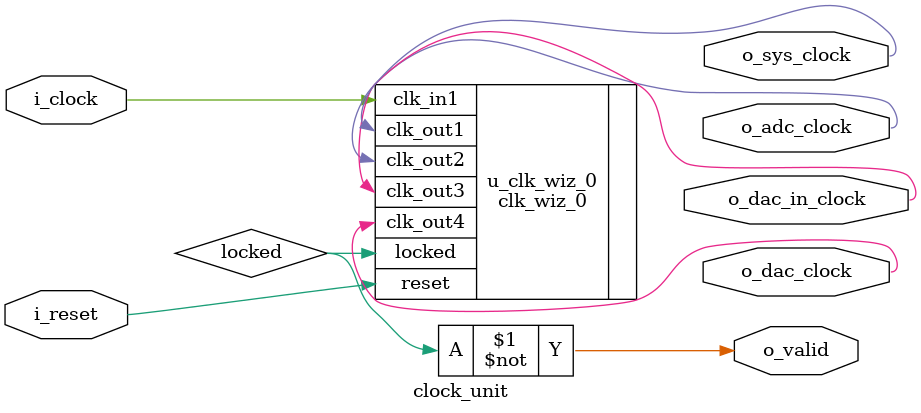
<source format=v>
`timescale 1ns / 1ps
`default_nettype none

module clock_unit
(
    input  wire i_clock,
    input  wire i_reset,
    output wire o_sys_clock,
    output wire o_adc_clock,
    output wire o_dac_in_clock,
    output wire o_dac_clock,
    output wire o_valid
);
    
    wire        locked;
    
    assign  o_valid =   ~locked;

    /*
               <--- IP Configuration --->
        clk_in1     =   125 MHz
        clk_out1    =   100 MHz
        clk_out2    =   400 MHz
        clk_out4    =   100 MHz
        clk_out3    =   100 MHz (shifted 90)
    */
    clk_wiz_0
    u_clk_wiz_0
    (
        .clk_out1           ( o_sys_clock       ),
        .clk_out2           ( o_adc_clock       ),
        .clk_out3           ( o_dac_in_clock    ),
        .clk_out4           ( o_dac_clock       ),
        .reset              ( i_reset           ),
        .locked             ( locked            ),
        .clk_in1            ( i_clock           )
    );
    
endmodule

`default_nettype wire

</source>
